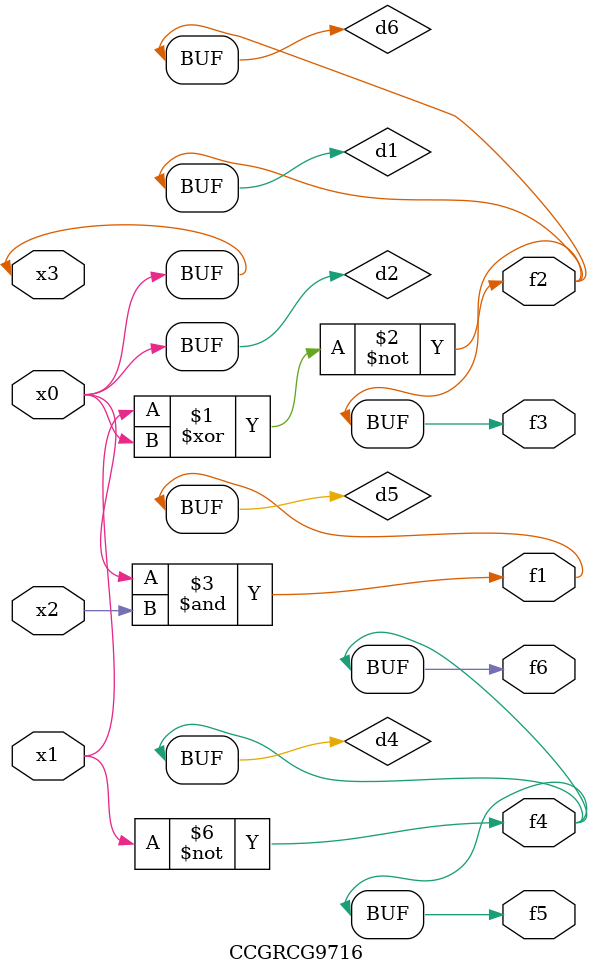
<source format=v>
module CCGRCG9716(
	input x0, x1, x2, x3,
	output f1, f2, f3, f4, f5, f6
);

	wire d1, d2, d3, d4, d5, d6;

	xnor (d1, x1, x3);
	buf (d2, x0, x3);
	nand (d3, x0, x2);
	not (d4, x1);
	nand (d5, d3);
	or (d6, d1);
	assign f1 = d5;
	assign f2 = d6;
	assign f3 = d6;
	assign f4 = d4;
	assign f5 = d4;
	assign f6 = d4;
endmodule

</source>
